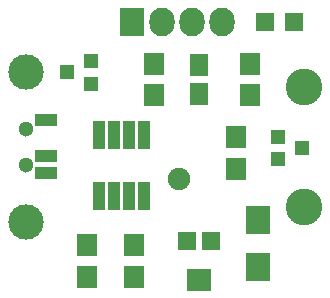
<source format=gts>
G04 #@! TF.FileFunction,Soldermask,Top*
%FSLAX46Y46*%
G04 Gerber Fmt 4.6, Leading zero omitted, Abs format (unit mm)*
G04 Created by KiCad (PCBNEW 4.0.3-stable) date 09/06/16 00:26:02*
%MOMM*%
%LPD*%
G01*
G04 APERTURE LIST*
%ADD10C,0.100000*%
%ADD11R,1.600000X1.600000*%
%ADD12C,3.000000*%
%ADD13R,2.000000X2.400000*%
%ADD14R,1.650000X1.900000*%
%ADD15C,3.100020*%
%ADD16R,2.127200X2.432000*%
%ADD17O,2.127200X2.432000*%
%ADD18R,1.200100X1.200100*%
%ADD19R,1.700000X1.900000*%
%ADD20R,2.000000X1.900000*%
%ADD21C,1.300000*%
%ADD22R,1.900000X1.100000*%
%ADD23R,1.000000X2.400000*%
%ADD24C,1.900000*%
G04 APERTURE END LIST*
D10*
D11*
X125300000Y-76900000D03*
X122900000Y-76900000D03*
D12*
X102600000Y-93850000D03*
X102600000Y-81150000D03*
D13*
X122300000Y-97700000D03*
X122300000Y-93700000D03*
D14*
X117300000Y-80550000D03*
X117300000Y-83050000D03*
D15*
X126200000Y-82400000D03*
X126200000Y-92560000D03*
D16*
X111600000Y-76900000D03*
D17*
X114140000Y-76900000D03*
X116680000Y-76900000D03*
X119220000Y-76900000D03*
D18*
X108100760Y-82150000D03*
X108100760Y-80250000D03*
X106101780Y-81200000D03*
X123999240Y-86650000D03*
X123999240Y-88550000D03*
X125998220Y-87600000D03*
D19*
X120400000Y-89350000D03*
X120400000Y-86650000D03*
X107800000Y-95850000D03*
X107800000Y-98550000D03*
X111800000Y-95850000D03*
X111800000Y-98550000D03*
X121600000Y-83150000D03*
X121600000Y-80450000D03*
X113500000Y-80450000D03*
X113500000Y-83150000D03*
D11*
X118300000Y-95500000D03*
X116300000Y-95500000D03*
D20*
X117300000Y-98750000D03*
D21*
X102600000Y-89000000D03*
X102600000Y-86000000D03*
D22*
X104350000Y-85250000D03*
X104350000Y-88250000D03*
X104350000Y-89750000D03*
D23*
X108795000Y-86500000D03*
X108795000Y-91700000D03*
X110065000Y-86500000D03*
X110065000Y-91700000D03*
X111335000Y-86500000D03*
X111335000Y-91700000D03*
X112605000Y-86500000D03*
X112605000Y-91700000D03*
D24*
X115600000Y-90200000D03*
M02*

</source>
